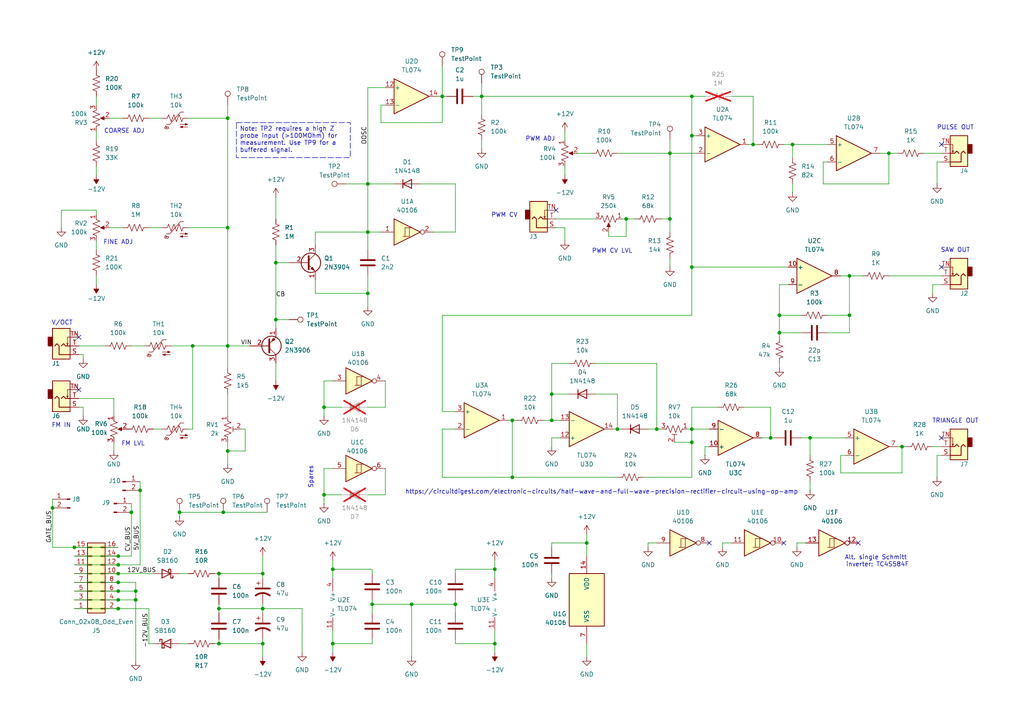
<source format=kicad_sch>
(kicad_sch (version 20231120) (generator "eeschema") (generator_version "8.0")
  (paper "A4")
  (title_block (title "Sawtooth Core VCO") (date "2024-07-26") (rev "1.1") (company "idyllm") (comment 1 "CC BY-SA 4.0") (comment 2 "Credit: Moritz Klein"))
  (junction (at 170.18 157.48))
  (junction (at 34.29 163.83))
  (junction (at 40.64 142.24))
  (junction (at 200.66 27.94))
  (junction (at 76.2 166.37))
  (junction (at 132.08 175.26))
  (junction (at 15.24 147.32))
  (junction (at 34.29 176.53))
  (junction (at 194.31 44.45))
  (junction (at 34.29 161.29))
  (junction (at 190.5 124.46))
  (junction (at 76.2 186.69))
  (junction (at 226.06 91.44))
  (junction (at 34.29 166.37))
  (junction (at 106.68 85.09))
  (junction (at 106.68 53.34))
  (junction (at 34.29 168.91))
  (junction (at 80.01 76.2))
  (junction (at 143.51 165.1))
  (junction (at 38.1 148.59))
  (junction (at 181.61 63.5))
  (junction (at 200.66 128.27))
  (junction (at 34.29 173.99))
  (junction (at 76.2 176.53))
  (junction (at 148.59 138.43))
  (junction (at 229.87 41.91))
  (junction (at 107.95 175.26))
  (junction (at 39.37 173.99))
  (junction (at 96.52 165.1))
  (junction (at 106.68 67.31))
  (junction (at 34.29 171.45))
  (junction (at 96.52 186.69))
  (junction (at 93.98 118.11))
  (junction (at 64.77 148.59))
  (junction (at 21.59 158.75))
  (junction (at 200.66 77.47))
  (junction (at 143.51 186.69))
  (junction (at 200.66 124.46))
  (junction (at 63.5 176.53))
  (junction (at 160.02 114.3))
  (junction (at 246.38 91.44))
  (junction (at 257.81 44.45))
  (junction (at 66.04 34.29))
  (junction (at 119.38 175.26))
  (junction (at 63.5 186.69))
  (junction (at 194.31 63.5))
  (junction (at 52.07 148.59))
  (junction (at 93.98 143.51))
  (junction (at 234.95 127))
  (junction (at 128.27 27.94))
  (junction (at 223.52 127))
  (junction (at 80.01 92.71))
  (junction (at 39.37 171.45))
  (junction (at 63.5 166.37))
  (junction (at 218.44 41.91))
  (junction (at 160.02 121.92))
  (junction (at 139.7 27.94))
  (junction (at 66.04 130.81))
  (junction (at 200.66 39.37))
  (junction (at 66.04 66.04))
  (junction (at 148.59 121.92))
  (junction (at 66.04 100.33))
  (junction (at 179.07 124.46))
  (junction (at 55.88 100.33))
  (junction (at 226.06 96.52))
  (junction (at 261.62 129.54))
  (junction (at 246.38 80.01))
  (no_connect (at 273.05 41.91))
  (no_connect (at 205.74 157.48))
  (no_connect (at 273.05 127))
  (no_connect (at 248.92 157.48))
  (no_connect (at 273.05 77.47))
  (no_connect (at 227.33 157.48))
  (no_connect (at 22.86 113.03))
  (no_connect (at 161.29 60.96))
  (no_connect (at 22.86 97.79))
  (wire (pts (xy 229.87 41.91) (xy 229.87 45.72)))
  (wire (pts (xy 261.62 129.54) (xy 261.62 137.16)))
  (wire (pts (xy 76.2 166.37) (xy 63.5 166.37)))
  (wire (pts (xy 24.13 104.14) (xy 24.13 102.87)))
  (wire (pts (xy 93.98 118.11) (xy 99.06 118.11)))
  (wire (pts (xy 80.01 95.25) (xy 80.01 92.71)))
  (wire (pts (xy 34.29 168.91) (xy 39.37 168.91)))
  (wire (pts (xy 93.98 143.51) (xy 99.06 143.51)))
  (wire (pts (xy 66.04 100.33) (xy 72.39 100.33)))
  (wire (pts (xy 128.27 91.44) (xy 128.27 119.38)))
  (wire (pts (xy 246.38 80.01) (xy 250.19 80.01)))
  (wire (pts (xy 231.14 158.75) (xy 231.14 157.48)))
  (wire (pts (xy 38.1 100.33) (xy 41.91 100.33)))
  (wire (pts (xy 63.5 166.37) (xy 63.5 167.64)))
  (wire (pts (xy 63.5 175.26) (xy 63.5 176.53)))
  (wire (pts (xy 107.95 185.42) (xy 107.95 186.69)))
  (wire (pts (xy 128.27 119.38) (xy 132.08 119.38)))
  (wire (pts (xy 180.34 63.5) (xy 181.61 63.5)))
  (wire (pts (xy 96.52 110.49) (xy 93.98 110.49)))
  (wire (pts (xy 80.01 92.71) (xy 83.82 92.71)))
  (wire (pts (xy 176.53 68.58) (xy 181.61 68.58)))
  (wire (pts (xy 66.04 34.29) (xy 66.04 66.04)))
  (wire (pts (xy 43.18 34.29) (xy 46.99 34.29)))
  (wire (pts (xy 21.59 161.29) (xy 34.29 161.29)))
  (wire (pts (xy 80.01 105.41) (xy 80.01 110.49)))
  (wire (pts (xy 226.06 91.44) (xy 232.41 91.44)))
  (wire (pts (xy 261.62 137.16) (xy 243.84 137.16)))
  (wire (pts (xy 170.18 190.5) (xy 170.18 186.69)))
  (wire (pts (xy 267.97 44.45) (xy 273.05 44.45)))
  (wire (pts (xy 219.71 41.91) (xy 218.44 41.91)))
  (wire (pts (xy 255.27 44.45) (xy 257.81 44.45)))
  (wire (pts (xy 43.18 186.69) (xy 44.45 186.69)))
  (wire (pts (xy 163.83 69.85) (xy 163.83 66.04)))
  (wire (pts (xy 139.7 43.18) (xy 139.7 40.64)))
  (wire (pts (xy 27.94 69.85) (xy 27.94 72.39)))
  (wire (pts (xy 40.64 139.7) (xy 40.64 142.24)))
  (wire (pts (xy 91.44 85.09) (xy 91.44 81.28)))
  (wire (pts (xy 96.52 186.69) (xy 96.52 189.23)))
  (wire (pts (xy 63.5 176.53) (xy 76.2 176.53)))
  (wire (pts (xy 52.07 166.37) (xy 54.61 166.37)))
  (wire (pts (xy 52.07 186.69) (xy 54.61 186.69)))
  (wire (pts (xy 21.59 163.83) (xy 34.29 163.83)))
  (wire (pts (xy 160.02 157.48) (xy 170.18 157.48)))
  (wire (pts (xy 27.94 62.23) (xy 27.94 60.96)))
  (wire (pts (xy 106.68 53.34) (xy 106.68 67.31)))
  (wire (pts (xy 34.29 161.29) (xy 38.1 161.29)))
  (wire (pts (xy 246.38 80.01) (xy 243.84 80.01)))
  (wire (pts (xy 190.5 124.46) (xy 187.96 124.46)))
  (wire (pts (xy 200.66 128.27) (xy 200.66 124.46)))
  (wire (pts (xy 66.04 128.27) (xy 66.04 130.81)))
  (wire (pts (xy 24.13 120.65) (xy 24.13 118.11)))
  (wire (pts (xy 165.1 114.3) (xy 160.02 114.3)))
  (wire (pts (xy 165.1 105.41) (xy 160.02 105.41)))
  (wire (pts (xy 33.02 115.57) (xy 22.86 115.57)))
  (wire (pts (xy 106.68 25.4) (xy 106.68 53.34)))
  (wire (pts (xy 200.66 27.94) (xy 204.47 27.94)))
  (wire (pts (xy 27.94 48.26) (xy 27.94 50.8)))
  (wire (pts (xy 93.98 135.89) (xy 93.98 143.51)))
  (wire (pts (xy 107.95 173.99) (xy 107.95 175.26)))
  (wire (pts (xy 139.7 27.94) (xy 139.7 33.02)))
  (wire (pts (xy 270.51 129.54) (xy 273.05 129.54)))
  (wire (pts (xy 76.2 167.64) (xy 76.2 166.37)))
  (wire (pts (xy 80.01 76.2) (xy 83.82 76.2)))
  (wire (pts (xy 226.06 96.52) (xy 232.41 96.52)))
  (wire (pts (xy 194.31 44.45) (xy 201.93 44.45)))
  (wire (pts (xy 76.2 175.26) (xy 76.2 176.53)))
  (wire (pts (xy 187.96 157.48) (xy 190.5 157.48)))
  (wire (pts (xy 110.49 35.56) (xy 110.49 30.48)))
  (wire (pts (xy 27.94 38.1) (xy 27.94 40.64)))
  (wire (pts (xy 137.16 27.94) (xy 139.7 27.94)))
  (wire (pts (xy 143.51 186.69) (xy 132.08 186.69)))
  (wire (pts (xy 170.18 157.48) (xy 170.18 161.29)))
  (wire (pts (xy 100.33 53.34) (xy 106.68 53.34)))
  (wire (pts (xy 66.04 30.48) (xy 66.04 34.29)))
  (wire (pts (xy 218.44 41.91) (xy 217.17 41.91)))
  (wire (pts (xy 223.52 118.11) (xy 215.9 118.11)))
  (wire (pts (xy 229.87 55.88) (xy 229.87 53.34)))
  (wire (pts (xy 22.86 102.87) (xy 24.13 102.87)))
  (wire (pts (xy 257.81 80.01) (xy 273.05 80.01)))
  (wire (pts (xy 87.63 176.53) (xy 76.2 176.53)))
  (wire (pts (xy 39.37 191.77) (xy 39.37 173.99)))
  (wire (pts (xy 234.95 127) (xy 234.95 132.08)))
  (wire (pts (xy 160.02 158.75) (xy 160.02 157.48)))
  (wire (pts (xy 80.01 71.12) (xy 80.01 76.2)))
  (wire (pts (xy 106.68 80.01) (xy 106.68 85.09)))
  (wire (pts (xy 106.68 72.39) (xy 106.68 67.31)))
  (wire (pts (xy 205.74 124.46) (xy 200.66 124.46)))
  (wire (pts (xy 43.18 66.04) (xy 46.99 66.04)))
  (wire (pts (xy 34.29 176.53) (xy 43.18 176.53)))
  (wire (pts (xy 143.51 186.69) (xy 143.51 189.23)))
  (wire (pts (xy 93.98 143.51) (xy 93.98 146.05)))
  (wire (pts (xy 226.06 91.44) (xy 226.06 82.55)))
  (wire (pts (xy 177.8 124.46) (xy 179.07 124.46)))
  (wire (pts (xy 261.62 129.54) (xy 260.35 129.54)))
  (wire (pts (xy 200.66 77.47) (xy 228.6 77.47)))
  (wire (pts (xy 157.48 121.92) (xy 160.02 121.92)))
  (wire (pts (xy 246.38 91.44) (xy 246.38 80.01)))
  (wire (pts (xy 96.52 162.56) (xy 96.52 165.1)))
  (wire (pts (xy 132.08 53.34) (xy 132.08 67.31)))
  (wire (pts (xy 132.08 175.26) (xy 132.08 177.8)))
  (wire (pts (xy 143.51 182.88) (xy 143.51 186.69)))
  (wire (pts (xy 132.08 166.37) (xy 132.08 165.1)))
  (wire (pts (xy 226.06 82.55) (xy 228.6 82.55)))
  (wire (pts (xy 17.78 60.96) (xy 17.78 66.04)))
  (wire (pts (xy 231.14 157.48) (xy 233.68 157.48)))
  (wire (pts (xy 128.27 138.43) (xy 148.59 138.43)))
  (wire (pts (xy 55.88 100.33) (xy 66.04 100.33)))
  (wire (pts (xy 114.3 53.34) (xy 106.68 53.34)))
  (wire (pts (xy 200.66 27.94) (xy 200.66 39.37)))
  (wire (pts (xy 262.89 129.54) (xy 261.62 129.54)))
  (wire (pts (xy 204.47 129.54) (xy 205.74 129.54)))
  (wire (pts (xy 128.27 27.94) (xy 129.54 27.94)))
  (wire (pts (xy 38.1 161.29) (xy 38.1 148.59)))
  (wire (pts (xy 76.2 176.53) (xy 76.2 177.8)))
  (wire (pts (xy 139.7 27.94) (xy 200.66 27.94)))
  (wire (pts (xy 96.52 165.1) (xy 96.52 167.64)))
  (wire (pts (xy 148.59 138.43) (xy 148.59 121.92)))
  (wire (pts (xy 226.06 96.52) (xy 226.06 91.44)))
  (wire (pts (xy 160.02 127) (xy 162.56 127)))
  (wire (pts (xy 176.53 67.31) (xy 176.53 68.58)))
  (wire (pts (xy 111.76 143.51) (xy 111.76 135.89)))
  (wire (pts (xy 160.02 105.41) (xy 160.02 114.3)))
  (wire (pts (xy 52.07 148.59) (xy 64.77 148.59)))
  (wire (pts (xy 172.72 105.41) (xy 190.5 105.41)))
  (wire (pts (xy 187.96 158.75) (xy 187.96 157.48)))
  (wire (pts (xy 224.79 127) (xy 223.52 127)))
  (wire (pts (xy 66.04 114.3) (xy 66.04 120.65)))
  (wire (pts (xy 39.37 168.91) (xy 39.37 171.45)))
  (wire (pts (xy 271.78 132.08) (xy 273.05 132.08)))
  (wire (pts (xy 204.47 132.08) (xy 204.47 129.54)))
  (wire (pts (xy 271.78 138.43) (xy 271.78 132.08)))
  (wire (pts (xy 240.03 96.52) (xy 246.38 96.52)))
  (wire (pts (xy 27.94 80.01) (xy 27.94 82.55)))
  (wire (pts (xy 179.07 114.3) (xy 179.07 124.46)))
  (wire (pts (xy 200.66 39.37) (xy 201.93 39.37)))
  (wire (pts (xy 163.83 38.1) (xy 163.83 40.64)))
  (wire (pts (xy 220.98 127) (xy 223.52 127)))
  (wire (pts (xy 132.08 124.46) (xy 128.27 124.46)))
  (wire (pts (xy 106.68 85.09) (xy 91.44 85.09)))
  (wire (pts (xy 107.95 165.1) (xy 96.52 165.1)))
  (wire (pts (xy 209.55 157.48) (xy 212.09 157.48)))
  (wire (pts (xy 143.51 162.56) (xy 143.51 165.1)))
  (wire (pts (xy 63.5 185.42) (xy 63.5 186.69)))
  (wire (pts (xy 34.29 163.83) (xy 40.64 163.83)))
  (wire (pts (xy 194.31 40.64) (xy 194.31 44.45)))
  (wire (pts (xy 271.78 53.34) (xy 271.78 46.99)))
  (wire (pts (xy 91.44 67.31) (xy 106.68 67.31)))
  (wire (pts (xy 194.31 67.31) (xy 194.31 63.5)))
  (wire (pts (xy 49.53 100.33) (xy 55.88 100.33)))
  (wire (pts (xy 181.61 68.58) (xy 181.61 63.5)))
  (wire (pts (xy 66.04 106.68) (xy 66.04 100.33)))
  (wire (pts (xy 160.02 121.92) (xy 162.56 121.92)))
  (wire (pts (xy 238.76 53.34) (xy 257.81 53.34)))
  (wire (pts (xy 21.59 173.99) (xy 34.29 173.99)))
  (wire (pts (xy 190.5 105.41) (xy 190.5 124.46)))
  (wire (pts (xy 107.95 175.26) (xy 107.95 177.8)))
  (wire (pts (xy 106.68 118.11) (xy 111.76 118.11)))
  (wire (pts (xy 63.5 176.53) (xy 63.5 177.8)))
  (wire (pts (xy 21.59 158.75) (xy 15.24 158.75)))
  (wire (pts (xy 218.44 27.94) (xy 218.44 41.91)))
  (wire (pts (xy 212.09 27.94) (xy 218.44 27.94)))
  (wire (pts (xy 143.51 165.1) (xy 143.51 167.64)))
  (wire (pts (xy 87.63 189.23) (xy 87.63 176.53)))
  (wire (pts (xy 200.66 118.11) (xy 200.66 124.46)))
  (wire (pts (xy 119.38 175.26) (xy 132.08 175.26)))
  (wire (pts (xy 200.66 124.46) (xy 199.39 124.46)))
  (wire (pts (xy 240.03 46.99) (xy 238.76 46.99)))
  (wire (pts (xy 148.59 138.43) (xy 179.07 138.43)))
  (wire (pts (xy 66.04 130.81) (xy 66.04 134.62)))
  (wire (pts (xy 270.51 82.55) (xy 273.05 82.55)))
  (wire (pts (xy 62.23 186.69) (xy 63.5 186.69)))
  (wire (pts (xy 194.31 63.5) (xy 191.77 63.5)))
  (wire (pts (xy 160.02 129.54) (xy 160.02 127)))
  (wire (pts (xy 186.69 138.43) (xy 200.66 138.43)))
  (wire (pts (xy 43.18 186.69) (xy 43.18 176.53)))
  (wire (pts (xy 200.66 77.47) (xy 200.66 91.44)))
  (wire (pts (xy 71.12 124.46) (xy 71.12 130.81)))
  (wire (pts (xy 111.76 118.11) (xy 111.76 110.49)))
  (wire (pts (xy 39.37 171.45) (xy 39.37 173.99)))
  (wire (pts (xy 17.78 60.96) (xy 27.94 60.96)))
  (wire (pts (xy 128.27 19.05) (xy 128.27 27.94)))
  (wire (pts (xy 31.75 66.04) (xy 35.56 66.04)))
  (wire (pts (xy 111.76 25.4) (xy 106.68 25.4)))
  (wire (pts (xy 34.29 173.99) (xy 39.37 173.99)))
  (wire (pts (xy 208.28 118.11) (xy 200.66 118.11)))
  (wire (pts (xy 229.87 41.91) (xy 240.03 41.91)))
  (wire (pts (xy 200.66 39.37) (xy 200.66 77.47)))
  (wire (pts (xy 121.92 53.34) (xy 132.08 53.34)))
  (wire (pts (xy 147.32 121.92) (xy 148.59 121.92)))
  (wire (pts (xy 200.66 91.44) (xy 128.27 91.44)))
  (wire (pts (xy 40.64 163.83) (xy 40.64 142.24)))
  (wire (pts (xy 200.66 138.43) (xy 200.66 128.27)))
  (wire (pts (xy 163.83 66.04) (xy 161.29 66.04)))
  (wire (pts (xy 132.08 67.31) (xy 125.73 67.31)))
  (wire (pts (xy 22.86 100.33) (xy 30.48 100.33)))
  (wire (pts (xy 170.18 154.94) (xy 170.18 157.48)))
  (wire (pts (xy 132.08 185.42) (xy 132.08 186.69)))
  (wire (pts (xy 80.01 57.15) (xy 80.01 63.5)))
  (wire (pts (xy 54.61 34.29) (xy 66.04 34.29)))
  (wire (pts (xy 52.07 148.59) (xy 52.07 149.86)))
  (wire (pts (xy 21.59 158.75) (xy 34.29 158.75)))
  (wire (pts (xy 110.49 30.48) (xy 111.76 30.48)))
  (wire (pts (xy 80.01 92.71) (xy 80.01 76.2)))
  (wire (pts (xy 76.2 186.69) (xy 76.2 190.5)))
  (wire (pts (xy 107.95 166.37) (xy 107.95 165.1)))
  (wire (pts (xy 21.59 176.53) (xy 34.29 176.53)))
  (wire (pts (xy 54.61 66.04) (xy 66.04 66.04)))
  (wire (pts (xy 93.98 135.89) (xy 96.52 135.89)))
  (wire (pts (xy 172.72 114.3) (xy 179.07 114.3)))
  (wire (pts (xy 161.29 63.5) (xy 172.72 63.5)))
  (wire (pts (xy 63.5 166.37) (xy 62.23 166.37)))
  (wire (pts (xy 167.64 44.45) (xy 171.45 44.45)))
  (wire (pts (xy 66.04 66.04) (xy 66.04 100.33)))
  (wire (pts (xy 21.59 168.91) (xy 34.29 168.91)))
  (wire (pts (xy 71.12 130.81) (xy 66.04 130.81)))
  (wire (pts (xy 69.85 124.46) (xy 71.12 124.46)))
  (wire (pts (xy 33.02 120.65) (xy 33.02 115.57)))
  (wire (pts (xy 160.02 167.64) (xy 160.02 166.37)))
  (wire (pts (xy 243.84 132.08) (xy 245.11 132.08)))
  (wire (pts (xy 106.68 143.51) (xy 111.76 143.51)))
  (wire (pts (xy 15.24 144.78) (xy 15.24 147.32)))
  (wire (pts (xy 21.59 171.45) (xy 34.29 171.45)))
  (wire (pts (xy 243.84 137.16) (xy 243.84 132.08)))
  (wire (pts (xy 38.1 146.05) (xy 38.1 148.59)))
  (wire (pts (xy 234.95 142.24) (xy 234.95 139.7)))
  (wire (pts (xy 64.77 148.59) (xy 77.47 148.59)))
  (wire (pts (xy 27.94 30.48) (xy 27.94 27.94)))
  (wire (pts (xy 93.98 110.49) (xy 93.98 118.11)))
  (wire (pts (xy 271.78 46.99) (xy 273.05 46.99)))
  (wire (pts (xy 226.06 106.68) (xy 226.06 105.41)))
  (wire (pts (xy 15.24 158.75) (xy 15.24 147.32)))
  (wire (pts (xy 76.2 161.29) (xy 76.2 166.37)))
  (wire (pts (xy 21.59 166.37) (xy 34.29 166.37)))
  (wire (pts (xy 55.88 100.33) (xy 55.88 124.46)))
  (wire (pts (xy 232.41 127) (xy 234.95 127)))
  (wire (pts (xy 240.03 91.44) (xy 246.38 91.44)))
  (wire (pts (xy 132.08 173.99) (xy 132.08 175.26)))
  (wire (pts (xy 33.02 128.27) (xy 33.02 130.81)))
  (wire (pts (xy 194.31 74.93) (xy 194.31 77.47)))
  (wire (pts (xy 63.5 186.69) (xy 76.2 186.69)))
  (wire (pts (xy 148.59 121.92) (xy 149.86 121.92)))
  (wire (pts (xy 132.08 165.1) (xy 143.51 165.1)))
  (wire (pts (xy 96.52 186.69) (xy 107.95 186.69)))
  (wire (pts (xy 191.77 124.46) (xy 190.5 124.46)))
  (wire (pts (xy 93.98 118.11) (xy 93.98 120.65)))
  (wire (pts (xy 194.31 44.45) (xy 194.31 63.5)))
  (wire (pts (xy 160.02 114.3) (xy 160.02 121.92)))
  (wire (pts (xy 246.38 96.52) (xy 246.38 91.44)))
  (wire (pts (xy 34.29 166.37) (xy 44.45 166.37)))
  (wire (pts (xy 91.44 71.12) (xy 91.44 67.31)))
  (wire (pts (xy 128.27 27.94) (xy 128.27 35.56)))
  (wire (pts (xy 128.27 124.46) (xy 128.27 138.43)))
  (wire (pts (xy 128.27 35.56) (xy 110.49 35.56)))
  (wire (pts (xy 270.51 85.09) (xy 270.51 82.55)))
  (wire (pts (xy 179.07 44.45) (xy 194.31 44.45)))
  (wire (pts (xy 234.95 127) (xy 245.11 127)))
  (wire (pts (xy 119.38 190.5) (xy 119.38 175.26)))
  (wire (pts (xy 209.55 158.75) (xy 209.55 157.48)))
  (wire (pts (xy 106.68 85.09) (xy 106.68 88.9)))
  (wire (pts (xy 76.2 185.42) (xy 76.2 186.69)))
  (wire (pts (xy 139.7 24.13) (xy 139.7 27.94)))
  (wire (pts (xy 107.95 175.26) (xy 119.38 175.26)))
  (wire (pts (xy 227.33 41.91) (xy 229.87 41.91)))
  (wire (pts (xy 238.76 46.99) (xy 238.76 53.34)))
  (wire (pts (xy 179.07 124.46) (xy 180.34 124.46)))
  (wire (pts (xy 44.45 124.46) (xy 46.99 124.46)))
  (wire (pts (xy 223.52 127) (xy 223.52 118.11)))
  (wire (pts (xy 34.29 171.45) (xy 39.37 171.45)))
  (wire (pts (xy 195.58 128.27) (xy 200.66 128.27)))
  (wire (pts (xy 31.75 34.29) (xy 35.56 34.29)))
  (wire (pts (xy 257.81 44.45) (xy 260.35 44.45)))
  (wire (pts (xy 24.13 118.11) (xy 22.86 118.11)))
  (wire (pts (xy 96.52 182.88) (xy 96.52 186.69)))
  (wire (pts (xy 226.06 97.79) (xy 226.06 96.52)))
  (wire (pts (xy 257.81 53.34) (xy 257.81 44.45)))
  (wire (pts (xy 54.61 124.46) (xy 55.88 124.46)))
  (wire (pts (xy 181.61 63.5) (xy 184.15 63.5)))
  (wire (pts (xy 163.83 48.26) (xy 163.83 50.8)))
  (wire (pts (xy 106.68 67.31) (xy 110.49 67.31)))
  (wire (pts (xy 127 27.94) (xy 128.27 27.94)))
  (text_box "Note: TP2 requires a high Z probe input (>100MOhm) for measurement. Use TP9 for a buffered signal." (at 68.58 35.56 0) (size 33.02 10.16) (stroke (width 0) (type dash)) (effects (font (size 1.27 1.27)) (justify left top)))
  (text "TRIANGLE OUT" (at 277.114 122.174 0) (effects (font (size 1.27 1.27))))
  (text "PWM ADJ" (at 156.718 40.386 0) (effects (font (size 1.27 1.27))))
  (text "FM IN" (at 17.78 123.444 0) (effects (font (size 1.27 1.27))))
  (text "COARSE ADJ" (at 36.068 38.1 0) (effects (font (size 1.27 1.27))))
  (text "FINE ADJ" (at 34.29 70.358 0) (effects (font (size 1.27 1.27))))
  (text "https://circuitdigest.com/electronic-circuits/half-wave-and-full-wave-precision-rectifier-circuit-using-op-amp" (at 174.498 142.748 0) (effects (font (size 1.27 1.27))))
  (text "PULSE OUT" (at 277.114 37.084 0) (effects (font (size 1.27 1.27))))
  (text "PWM CV" (at 146.304 62.484 0) (effects (font (size 1.27 1.27))))
  (text "PWM CV LVL" (at 177.546 72.898 0) (effects (font (size 1.27 1.27))))
  (text "FM LVL" (at 38.608 128.778 0) (effects (font (size 1.27 1.27))))
  (text "Alt. single Schmitt \ninverter: TC4S584F" (at 254.508 162.814 0) (effects (font (size 1.27 1.27))))
  (text "SAW OUT" (at 277.114 72.644 0) (effects (font (size 1.27 1.27))))
  (text "Spares" (at 90.17 138.43 90) (effects (font (size 1.27 1.27))))
  (text "V/OCT" (at 18.034 93.726 0) (effects (font (size 1.27 1.27))))
  (label "12V_BUS" (at 36.83 166.37 0))
  (label "OOSC" (at 106.68 41.91 90))
  (label "5V_BUS" (at 40.64 152.4 270))
  (label "CB" (at 80.01 86.36 0))
  (label "VIN" (at 69.85 100.33 0))
  (label "GATE_BUS" (at 15.24 157.48 90))
  (label "-12V_BUS" (at 43.18 177.8 270))
  (label "CV_BUS" (at 38.1 160.02 90))
  (symbol (lib_id "power:GND") (at 170.18 190.5 0) (unit 1)
    (property "Reference" "#PWR020" (effects (hide yes)))
    (property "Value" "GND" (at 170.18 195.58 0))
    (property "Description" "Power symbol creates a global label with name \"GND\" , ground" (effects (hide yes)))
  )
  (symbol (lib_id "Device:C") (at 132.08 170.18 0) (mirror y) (unit 1)
    (property "Reference" "C10" (at 128.27 168.9099 0) (effects (justify left)))
    (property "Value" "100n" (at 128.27 171.4499 0) (effects (justify left)))
    (property "Footprint" "Capacitor_THT:C_Disc_D5.0mm_W2.5mm_P5.00mm" (effects (hide yes)))
    (property "Description" "Unpolarized capacitor" (effects (hide yes)))
  )
  (symbol (lib_id "power:GND") (at 52.07 149.86 0) (unit 1)
    (property "Reference" "#PWR042" (effects (hide yes)))
    (property "Value" "GND" (at 52.07 154.94 0))
    (property "Description" "Power symbol creates a global label with name \"GND\" , ground" (effects (hide yes)))
  )
  (symbol (lib_id "power:GND") (at 17.78 66.04 0) (unit 1)
    (property "Reference" "#PWR09" (effects (hide yes)))
    (property "Value" "GND" (at 17.78 71.12 0))
    (property "Description" "Power symbol creates a global label with name \"GND\" , ground" (effects (hide yes)))
  )
  (symbol (lib_id "power:+12V") (at 80.01 57.15 0) (unit 1)
    (property "Reference" "#PWR03" (effects (hide yes)))
    (property "Value" "+12V" (at 80.01 52.07 0))
    (property "Description" "Power symbol creates a global label with name \"+12V\"" (effects (hide yes)))
  )
  (symbol (lib_id "Amplifier_Operational:TL074") (at 213.36 127 0) (mirror x) (unit 3)
    (property "Reference" "U3" (at 213.36 137.16 0))
    (property "Value" "TL074" (at 213.36 134.62 0))
    (property "Footprint" "Package_DIP:DIP-14_W7.62mm_Socket" (effects (hide yes)))
    (property "Datasheet" "http://www.ti.com/lit/ds/symlink/tl071.pdf" (effects (hide yes)))
    (property "Description" "Quad Low-Noise JFET-Input Operational Amplifiers, DIP-14/SOIC-14" (effects (hide yes)))
  )
  (symbol (lib_id "power:GND") (at 87.63 189.23 0) (unit 1)
    (property "Reference" "#PWR028" (effects (hide yes)))
    (property "Value" "GND" (at 87.63 194.31 0))
    (property "Description" "Power symbol creates a global label with name \"GND\" , ground" (effects (hide yes)))
  )
  (symbol (lib_id "Device:Thermistor_NTC_US") (at 50.8 66.04 90) (unit 1)
    (property "Reference" "TH2" (at 51.1175 59.69 90))
    (property "Value" "10k" (at 51.1175 62.23 90))
    (property "Footprint" "Resistor_THT:R_Axial_DIN0207_L6.3mm_D2.5mm_P2.54mm_Vertical" (effects (hide yes)))
    (property "Description" "Temperature dependent resistor, negative temperature coefficient, US symbol" (effects (hide yes)))
  )
  (symbol (lib_id "Device:R_US") (at 39.37 34.29 90) (unit 1)
    (property "Reference" "R7" (at 39.37 27.94 90))
    (property "Value" "100k" (at 39.37 30.48 90))
    (property "Footprint" "Resistor_THT:R_Axial_DIN0204_L3.6mm_D1.6mm_P2.54mm_Vertical" (effects (hide yes)))
    (property "Description" "Resistor, US symbol" (effects (hide yes)))
  )
  (symbol (lib_id "Amplifier_Operational:TL074") (at 140.97 175.26 0) (mirror y) (unit 5)
    (property "Reference" "U3" (at 142.24 173.9899 0) (effects (justify left)))
    (property "Value" "TL074" (at 142.24 176.5299 0) (effects (justify left)))
    (property "Footprint" "Package_DIP:DIP-14_W7.62mm_Socket" (effects (hide yes)))
    (property "Datasheet" "http://www.ti.com/lit/ds/symlink/tl071.pdf" (effects (hide yes)))
    (property "Description" "Quad Low-Noise JFET-Input Operational Amplifiers, DIP-14/SOIC-14" (effects (hide yes)))
  )
  (symbol (lib_id "4xxx:40106") (at 198.12 157.48 0) (unit 4)
    (property "Reference" "U1" (at 198.12 148.59 0))
    (property "Value" "40106" (at 198.12 151.13 0))
    (property "Footprint" "Package_DIP:DIP-14_W7.62mm_Socket" (effects (hide yes)))
    (property "Datasheet" "https://assets.nexperia.com/documents/data-sheet/HEF40106B.pdf" (effects (hide yes)))
    (property "Description" "Hex Schmitt trigger inverter" (effects (hide yes)))
  )
  (symbol (lib_id "Device:R_Potentiometer_US") (at 27.94 34.29 0) (mirror x) (unit 1)
    (property "Reference" "RV3" (at 25.4 35.5601 0) (effects (justify right)))
    (property "Value" "100k" (at 25.4 33.0201 0) (effects (justify right)))
    (property "Footprint" "Potentiometer_THT:Potentiometer_Piher_PT-6-V_Vertical" (effects (hide yes)))
    (property "Description" "Potentiometer, US symbol" (effects (hide yes)))
  )
  (symbol (lib_id "Connector_Audio:AudioJack2_SwitchT") (at 156.21 63.5 0) (mirror x) (unit 1)
    (property "Reference" "J3" (at 154.686 68.58 0))
    (property "Value" "AudioJack2_SwitchT" (effects (hide yes)))
    (property "Footprint" "Connector_Audio_Custom:CONN_MJ-3502" (effects (hide yes)))
    (property "Description" "Audio Jack, 2 Poles (Mono / TS), Switched T Pole (Normalling)" (effects (hide yes)))
  )
  (symbol (lib_id "Device:C_Polarized_US") (at 76.2 181.61 0) (unit 1)
    (property "Reference" "C9" (at 80.01 179.7049 0) (effects (justify left)))
    (property "Value" "47u" (at 80.01 182.2449 0) (effects (justify left)))
    (property "Footprint" "Capacitor_THT:CP_Radial_D5.0mm_P2.50mm" (effects (hide yes)))
    (property "Description" "Polarized capacitor, US symbol" (effects (hide yes)))
  )
  (symbol (lib_id "Device:C_Polarized_US") (at 76.2 171.45 0) (unit 1)
    (property "Reference" "C8" (at 80.01 169.5449 0) (effects (justify left)))
    (property "Value" "47u" (at 80.01 172.0849 0) (effects (justify left)))
    (property "Footprint" "Capacitor_THT:CP_Radial_D5.0mm_P2.50mm" (effects (hide yes)))
    (property "Description" "Polarized capacitor, US symbol" (effects (hide yes)))
  )
  (symbol (lib_id "power:-12V") (at 27.94 50.8 180) (unit 1)
    (property "Reference" "#PWR08" (effects (hide yes)))
    (property "Value" "-12V" (at 27.94 54.864 0))
    (property "Description" "Power symbol creates a global label with name \"-12V\"" (effects (hide yes)))
  )
  (symbol (lib_id "Device:R_US") (at 66.04 110.49 0) (unit 1)
    (property "Reference" "R5" (at 68.58 109.2199 0) (effects (justify left)))
    (property "Value" "1k5" (at 68.58 111.7599 0) (effects (justify left)))
    (property "Footprint" "Resistor_THT:R_Axial_DIN0204_L3.6mm_D1.6mm_P2.54mm_Vertical" (effects (hide yes)))
    (property "Description" "Resistor, US symbol" (effects (hide yes)))
  )
  (symbol (lib_id "Device:R_Potentiometer_US") (at 27.94 66.04 0) (unit 1)
    (property "Reference" "RV2" (at 25.4 64.7699 0) (effects (justify right)))
    (property "Value" "100k" (at 25.4 67.3099 0) (effects (justify right)))
    (property "Footprint" "Potentiometer_Custom:Potentiometer_Bourns_PTV09A-2_Single_Horizontal_3D" (effects (hide yes)))
    (property "Description" "Potentiometer, US symbol" (effects (hide yes)))
  )
  (symbol (lib_id "Device:Thermistor_NTC_US") (at 50.8 124.46 90) (unit 1)
    (property "Reference" "TH4" (at 51.1175 118.11 90))
    (property "Value" "10k" (at 51.1175 120.65 90))
    (property "Footprint" "Resistor_THT:R_Axial_DIN0207_L6.3mm_D2.5mm_P2.54mm_Vertical" (effects (hide yes)))
    (property "Description" "Temperature dependent resistor, negative temperature coefficient, US symbol" (effects (hide yes)))
  )
  (symbol (lib_id "Diode:1N4148") (at 102.87 143.51 0) (mirror x) (unit 1) (dnp yes)
    (property "Reference" "D7" (at 102.87 149.86 0))
    (property "Value" "1N4148" (at 102.87 147.32 0))
    (property "Footprint" "Diode_THT:D_DO-35_SOD27_P2.54mm_Vertical_KathodeUp" (effects (hide yes)))
    (property "Datasheet" "https://assets.nexperia.com/documents/data-sheet/1N4148_1N4448.pdf" (effects (hide yes)))
    (property "Description" "100V 0.15A standard switching diode, DO-35" (effects (hide yes)))
    (property "Sim.Device" "D" (effects (hide yes)))
    (property "Sim.Pins" "1=K 2=A" (effects (hide yes)))
  )
  (symbol (lib_id "Device:Thermistor_NTC_US") (at 45.72 100.33 90) (unit 1)
    (property "Reference" "TH1" (at 46.0375 93.98 90))
    (property "Value" "10k" (at 46.0375 96.52 90))
    (property "Footprint" "Resistor_THT:R_Axial_DIN0207_L6.3mm_D2.5mm_P2.54mm_Vertical" (effects (hide yes)))
    (property "Description" "Temperature dependent resistor, negative temperature coefficient, US symbol" (effects (hide yes)))
  )
  (symbol (lib_id "Connector:TestPoint") (at 139.7 24.13 0) (unit 1)
    (property "Reference" "TP3" (at 142.24 19.5579 0) (effects (justify left)))
    (property "Value" "TestPoint" (at 142.24 22.0979 0) (effects (justify left)))
    (property "Footprint" "Connector_PinHeader_2.54mm:PinHeader_1x01_P2.54mm_Vertical" (effects (hide yes)))
    (property "Description" "test point" (effects (hide yes)))
  )
  (symbol (lib_id "Connector:TestPoint") (at 100.33 53.34 90) (unit 1)
    (property "Reference" "TP2" (at 97.028 48.26 90))
    (property "Value" "TestPoint" (at 97.028 50.8 90))
    (property "Footprint" "Connector_PinHeader_2.54mm:PinHeader_1x01_P2.54mm_Vertical" (effects (hide yes)))
    (property "Description" "test point" (effects (hide yes)))
  )
  (symbol (lib_id "power:GND") (at 194.31 77.47 0) (unit 1)
    (property "Reference" "#PWR025" (effects (hide yes)))
    (property "Value" "GND" (at 194.31 82.55 0))
    (property "Description" "Power symbol creates a global label with name \"GND\" , ground" (effects (hide yes)))
  )
  (symbol (lib_id "Device:C") (at 107.95 181.61 0) (unit 1)
    (property "Reference" "C4" (at 111.76 180.3399 0) (effects (justify left)))
    (property "Value" "100n" (at 111.76 182.8799 0) (effects (justify left)))
    (property "Footprint" "Capacitor_THT:C_Disc_D5.0mm_W2.5mm_P5.00mm" (effects (hide yes)))
    (property "Description" "Unpolarized capacitor" (effects (hide yes)))
  )
  (symbol (lib_id "Device:R_US") (at 139.7 36.83 0) (unit 1)
    (property "Reference" "R2" (at 142.24 35.5599 0) (effects (justify left)))
    (property "Value" "100k" (at 142.24 38.0999 0) (effects (justify left)))
    (property "Footprint" "Resistor_THT:R_Axial_DIN0204_L3.6mm_D1.6mm_P2.54mm_Vertical" (effects (hide yes)))
    (property "Description" "Resistor, US symbol" (effects (hide yes)))
  )
  (symbol (lib_id "Diode:1N4148") (at 184.15 124.46 0) (unit 1)
    (property "Reference" "D5" (at 184.15 118.11 0))
    (property "Value" "1N4148" (at 184.15 120.65 0))
    (property "Footprint" "Diode_THT:D_DO-35_SOD27_P2.54mm_Vertical_KathodeUp" (effects (hide yes)))
    (property "Datasheet" "https://assets.nexperia.com/documents/data-sheet/1N4148_1N4448.pdf" (effects (hide yes)))
    (property "Description" "100V 0.15A standard switching diode, DO-35" (effects (hide yes)))
    (property "Sim.Device" "D" (effects (hide yes)))
    (property "Sim.Pins" "1=K 2=A" (effects (hide yes)))
  )
  (symbol (lib_id "power:GND") (at 271.78 138.43 0) (unit 1)
    (property "Reference" "#PWR037" (effects (hide yes)))
    (property "Value" "GND" (at 271.78 143.51 0))
    (property "Description" "Power symbol creates a global label with name \"GND\" , ground" (effects (hide yes)))
  )
  (symbol (lib_id "power:-12V") (at 96.52 189.23 180) (unit 1)
    (property "Reference" "#PWR014" (effects (hide yes)))
    (property "Value" "-12V" (at 96.52 194.31 0))
    (property "Description" "Power symbol creates a global label with name \"-12V\"" (effects (hide yes)))
  )
  (symbol (lib_id "Device:R_US") (at 223.52 41.91 90) (unit 1)
    (property "Reference" "R11" (at 223.52 35.56 90))
    (property "Value" "100k" (at 223.52 38.1 90))
    (property "Footprint" "Resistor_THT:R_Axial_DIN0207_L6.3mm_D2.5mm_P10.16mm_Horizontal" (effects (hide yes)))
    (property "Description" "Resistor, US symbol" (effects (hide yes)))
  )
  (symbol (lib_id "Connector:TestPoint") (at 64.77 148.59 0) (mirror y) (unit 1)
    (property "Reference" "TP6" (at 67.31 144.0179 0) (effects (justify right)))
    (property "Value" "TestPoint" (at 67.31 146.5579 0) (effects (justify right)))
    (property "Footprint" "Connector_PinHeader_2.54mm:PinHeader_1x01_P2.54mm_Vertical" (effects (hide yes)))
    (property "Description" "test point" (effects (hide yes)))
  )
  (symbol (lib_id "power:GND") (at 229.87 55.88 0) (unit 1)
    (property "Reference" "#PWR017" (effects (hide yes)))
    (property "Value" "GND" (at 229.87 60.96 0))
    (property "Description" "Power symbol creates a global label with name \"GND\" , ground" (effects (hide yes)))
  )
  (symbol (lib_id "Amplifier_Operational:TL074") (at 247.65 44.45 0) (unit 2)
    (property "Reference" "U2" (at 247.65 34.29 0))
    (property "Value" "TL074" (at 247.65 36.83 0))
    (property "Footprint" "Package_DIP:DIP-14_W7.62mm_Socket" (effects (hide yes)))
    (property "Datasheet" "http://www.ti.com/lit/ds/symlink/tl071.pdf" (effects (hide yes)))
    (property "Description" "Quad Low-Noise JFET-Input Operational Amplifiers, DIP-14/SOIC-14" (effects (hide yes)))
  )
  (symbol (lib_id "Connector:Conn_01x02_Pin") (at 35.56 139.7 0) (unit 1)
    (property "Reference" "J10" (at 33.274 139.446 0))
    (property "Value" "Conn_01x02_Pin" (effects (hide yes)))
    (property "Footprint" "Connector_PinHeader_2.54mm:PinHeader_1x02_P2.54mm_Vertical" (effects (hide yes)))
    (property "Description" "Generic connector, single row, 01x02, script generated" (effects (hide yes)))
  )
  (symbol (lib_id "Amplifier_Operational:TL074") (at 139.7 121.92 0) (unit 1)
    (property "Reference" "U3" (at 139.7 111.76 0))
    (property "Value" "TL074" (at 139.7 114.3 0))
    (property "Footprint" "Package_DIP:DIP-14_W7.62mm_Socket" (effects (hide yes)))
    (property "Datasheet" "http://www.ti.com/lit/ds/symlink/tl071.pdf" (effects (hide yes)))
    (property "Description" "Quad Low-Noise JFET-Input Operational Amplifiers, DIP-14/SOIC-14" (effects (hide yes)))
  )
  (symbol (lib_id "Connector_Audio:AudioJack2_SwitchT") (at 17.78 100.33 0) (mirror x) (unit 1)
    (property "Reference" "J1" (at 16.256 105.41 0))
    (property "Value" "AudioJack2_SwitchT" (effects (hide yes)))
    (property "Footprint" "Connector_Audio_Custom:CONN_MJ-3502" (effects (hide yes)))
    (property "Description" "Audio Jack, 2 Poles (Mono / TS), Switched T Pole (Normalling)" (effects (hide yes)))
  )
  (symbol (lib_id "power:GND") (at 270.51 85.09 0) (unit 1)
    (property "Reference" "#PWR012" (effects (hide yes)))
    (property "Value" "GND" (at 270.51 90.17 0))
    (property "Description" "Power symbol creates a global label with name \"GND\" , ground" (effects (hide yes)))
  )
  (symbol (lib_id "Connector_Generic:Conn_02x08_Odd_Even") (at 26.67 168.91 0) (mirror x) (unit 1)
    (property "Reference" "J5" (at 27.94 182.88 0))
    (property "Value" "Conn_02x08_Odd_Even" (at 27.94 180.34 0))
    (property "Footprint" "Connector_IDC:IDC-Header_2x08_P2.54mm_Vertical" (effects (hide yes)))
    (property "Description" "Generic connector, double row, 02x08, odd/even pin numbering scheme (row 1 odd numbers, row 2 even numbers), script generated (kicad-library-utils/schlib/autogen/connector/)" (effects (hide yes)))
  )
  (symbol (lib_id "Diode:SB160") (at 48.26 166.37 180) (unit 1)
    (property "Reference" "D2" (at 48.5775 160.02 0))
    (property "Value" "SB160" (at 48.5775 162.56 0))
    (property "Footprint" "Diode_THT:D_DO-41_SOD81_P10.16mm_Horizontal" (effects (hide yes)))
    (property "Datasheet" "http://www.diodes.com/_files/datasheets/ds23022.pdf" (effects (hide yes)))
    (property "Description" "60V 1A Schottky Barrier Rectifier Diode, DO-41" (effects (hide yes)))
  )
  (symbol (lib_id "power:-12V") (at 80.01 110.49 180) (unit 1)
    (property "Reference" "#PWR02" (effects (hide yes)))
    (property "Value" "-12V" (at 80.01 115.57 0))
    (property "Description" "Power symbol creates a global label with name \"-12V\"" (effects (hide yes)))
  )
  (symbol (lib_id "power:-12V") (at 163.83 50.8 180) (unit 1)
    (property "Reference" "#PWR024" (effects (hide yes)))
    (property "Value" "-12V" (at 163.83 55.88 0))
    (property "Description" "Power symbol creates a global label with name \"-12V\"" (effects (hide yes)))
  )
  (symbol (lib_id "power:+12V") (at 163.83 38.1 0) (unit 1)
    (property "Reference" "#PWR023" (effects (hide yes)))
    (property "Value" "+12V" (at 163.83 33.02 0))
    (property "Description" "Power symbol creates a global label with name \"+12V\"" (effects (hide yes)))
  )
  (symbol (lib_id "Device:R_Potentiometer_US") (at 163.83 44.45 0) (unit 1)
    (property "Reference" "RV4" (at 161.29 43.1799 0) (effects (justify right)))
    (property "Value" "100k" (at 161.29 45.7199 0) (effects (justify right)))
    (property "Footprint" "Potentiometer_Custom:Potentiometer_Bourns_PTV09A-2_Single_Horizontal_3D" (effects (hide yes)))
    (property "Description" "Potentiometer, US symbol" (effects (hide yes)))
  )
  (symbol (lib_id "Connector:TestPoint") (at 77.47 148.59 0) (mirror y) (unit 1)
    (property "Reference" "TP7" (at 80.01 144.0179 0) (effects (justify right)))
    (property "Value" "TestPoint" (at 80.01 146.5579 0) (effects (justify right)))
    (property "Footprint" "Connector_PinHeader_2.54mm:PinHeader_1x01_P2.54mm_Vertical" (effects (hide yes)))
    (property "Description" "test point" (effects (hide yes)))
  )
  (symbol (lib_id "4xxx:40106") (at 241.3 157.48 0) (unit 6)
    (property "Reference" "U1" (at 241.3 148.59 0))
    (property "Value" "40106" (at 241.3 151.13 0))
    (property "Footprint" "Package_DIP:DIP-14_W7.62mm_Socket" (effects (hide yes)))
    (property "Datasheet" "https://assets.nexperia.com/documents/data-sheet/HEF40106B.pdf" (effects (hide yes)))
    (property "Description" "Hex Schmitt trigger inverter" (effects (hide yes)))
  )
  (symbol (lib_id "Device:C") (at 228.6 127 90) (unit 1)
    (property "Reference" "C12" (at 228.6 119.38 90))
    (property "Value" "1u" (at 228.6 121.92 90))
    (property "Footprint" "Capacitor_THT:C_Disc_D5.0mm_W2.5mm_P5.00mm" (effects (hide yes)))
    (property "Description" "Unpolarized capacitor" (effects (hide yes)))
  )
  (symbol (lib_id "Device:R_US") (at 80.01 67.31 0) (unit 1)
    (property "Reference" "R1" (at 82.55 66.0399 0) (effects (justify left)))
    (property "Value" "1M" (at 82.55 68.5799 0) (effects (justify left)))
    (property "Footprint" "Resistor_THT:R_Axial_DIN0207_L6.3mm_D2.5mm_P7.62mm_Horizontal" (effects (hide yes)))
    (property "Description" "Resistor, US symbol" (effects (hide yes)))
  )
  (symbol (lib_id "Device:C") (at 63.5 181.61 0) (unit 1)
    (property "Reference" "C7" (at 67.31 180.3399 0) (effects (justify left)))
    (property "Value" "100n" (at 67.31 182.8799 0) (effects (justify left)))
    (property "Footprint" "Capacitor_THT:C_Disc_D5.0mm_W2.5mm_P5.00mm" (effects (hide yes)))
    (property "Description" "Unpolarized capacitor" (effects (hide yes)))
  )
  (symbol (lib_id "power:-12V") (at 143.51 189.23 0) (mirror x) (unit 1)
    (property "Reference" "#PWR036" (effects (hide yes)))
    (property "Value" "-12V" (at 143.51 194.31 0))
    (property "Description" "Power symbol creates a global label with name \"-12V\"" (effects (hide yes)))
  )
  (symbol (lib_id "Device:R_Potentiometer_US") (at 176.53 63.5 270) (unit 1)
    (property "Reference" "RV5" (at 176.53 57.15 90))
    (property "Value" "250k" (at 176.53 59.69 90))
    (property "Footprint" "Potentiometer_Custom:Potentiometer_Bourns_PTV09A-2_Single_Horizontal_3D" (effects (hide yes)))
    (property "Description" "Potentiometer, US symbol" (effects (hide yes)))
  )
  (symbol (lib_id "Device:C") (at 106.68 76.2 0) (unit 1)
    (property "Reference" "C1" (at 110.49 74.9299 0) (effects (justify left)))
    (property "Value" "2n2" (at 110.49 77.4699 0) (effects (justify left)))
    (property "Footprint" "Capacitor_THT:C_Rect_L7.2mm_W2.5mm_P5.00mm_FKS2_FKP2_MKS2_MKP2" (effects (hide yes)))
    (property "Description" "Unpolarized capacitor" (effects (hide yes)))
  )
  (symbol (lib_id "Connector_Audio:AudioJack2_SwitchT") (at 278.13 129.54 180) (unit 1)
    (property "Reference" "J7" (at 279.654 134.62 0))
    (property "Value" "AudioJack2_SwitchT" (effects (hide yes)))
    (property "Footprint" "Connector_Audio_Custom:CONN_MJ-3502" (effects (hide yes)))
    (property "Description" "Audio Jack, 2 Poles (Mono / TS), Switched T Pole (Normalling)" (effects (hide yes)))
  )
  (symbol (lib_id "power:+12V") (at 27.94 20.32 0) (unit 1)
    (property "Reference" "#PWR010" (effects (hide yes)))
    (property "Value" "+12V" (at 27.94 15.24 0))
    (property "Description" "Power symbol creates a global label with name \"+12V\"" (effects (hide yes)))
  )
  (symbol (lib_id "Device:R_US") (at 187.96 63.5 90) (unit 1)
    (property "Reference" "R12" (at 187.96 57.15 90))
    (property "Value" "68k" (at 187.96 59.69 90))
    (property "Footprint" "Resistor_THT:R_Axial_DIN0204_L3.6mm_D1.6mm_P2.54mm_Vertical" (effects (hide yes)))
    (property "Description" "Resistor, US symbol" (effects (hide yes)))
  )
  (symbol (lib_id "Device:R_US") (at 58.42 166.37 90) (unit 1)
    (property "Reference" "R16" (at 58.42 160.02 90))
    (property "Value" "10R" (at 58.42 162.56 90))
    (property "Footprint" "Resistor_THT:R_Axial_DIN0207_L6.3mm_D2.5mm_P7.62mm_Horizontal" (effects (hide yes)))
    (property "Description" "Resistor, US symbol" (effects (hide yes)))
  )
  (symbol (lib_id "Amplifier_Operational:TL074") (at 99.06 175.26 0) (unit 5)
    (property "Reference" "U2" (at 97.79 173.9899 0) (effects (justify left)))
    (property "Value" "TL074" (at 97.79 176.5299 0) (effects (justify left)))
    (property "Footprint" "Package_DIP:DIP-14_W7.62mm_Socket" (effects (hide yes)))
    (property "Datasheet" "http://www.ti.com/lit/ds/symlink/tl071.pdf" (effects (hide yes)))
    (property "Description" "Quad Low-Noise JFET-Input Operational Amplifiers, DIP-14/SOIC-14" (effects (hide yes)))
  )
  (symbol (lib_id "power:+12V") (at 96.52 162.56 0) (unit 1)
    (property "Reference" "#PWR013" (effects (hide yes)))
    (property "Value" "+12V" (at 96.52 157.48 0))
    (property "Description" "Power symbol creates a global label with name \"+12V\"" (effects (hide yes)))
  )
  (symbol (lib_id "power:GND") (at 119.38 190.5 0) (unit 1)
    (property "Reference" "#PWR015" (effects (hide yes)))
    (property "Value" "GND" (at 119.38 195.58 0))
    (property "Description" "Power symbol creates a global label with name \"GND\" , ground" (effects (hide yes)))
  )
  (symbol (lib_id "power:GND") (at 33.02 130.81 0) (unit 1)
    (property "Reference" "#PWR041" (effects (hide yes)))
    (property "Value" "GND" (at 33.02 134.62 0))
    (property "Description" "Power symbol creates a global label with name \"GND\" , ground" (effects (hide yes)))
  )
  (symbol (lib_id "Device:R_US") (at 168.91 105.41 270) (unit 1)
    (property "Reference" "R23" (at 168.91 99.06 90))
    (property "Value" "10k" (at 168.91 101.6 90))
    (property "Footprint" "Resistor_THT:R_Axial_DIN0204_L3.6mm_D1.6mm_P2.54mm_Vertical" (effects (hide yes)))
    (property "Description" "Resistor, US symbol" (effects (hide yes)))
  )
  (symbol (lib_id "Transistor_BJT:2N3904") (at 88.9 76.2 0) (unit 1)
    (property "Reference" "Q1" (at 93.98 74.9299 0) (effects (justify left)))
    (property "Value" "2N3904" (at 93.98 77.4699 0) (effects (justify left)))
    (property "Footprint" "Package_TO_SOT_THT:TO-92_Inline_Wide" (effects (hide yes)))
    (property "Datasheet" "https://www.onsemi.com/pub/Collateral/2N3903-D.PDF" (effects (hide yes)))
    (property "Description" "0.2A Ic, 40V Vce, Small Signal NPN Transistor, TO-92" (effects (hide yes)))
  )
  (symbol (lib_id "Connector_Audio:AudioJack2_SwitchT") (at 278.13 44.45 180) (unit 1)
    (property "Reference" "J4" (at 279.654 49.53 0))
    (property "Value" "AudioJack2_SwitchT" (effects (hide yes)))
    (property "Footprint" "Connector_Audio_Custom:CONN_MJ-3502" (effects (hide yes)))
    (property "Description" "Audio Jack, 2 Poles (Mono / TS), Switched T Pole (Normalling)" (effects (hide yes)))
  )
  (symbol (lib_id "power:GND") (at 93.98 146.05 0) (unit 1)
    (property "Reference" "#PWR018" (effects (hide yes)))
    (property "Value" "GND" (at 93.98 151.13 0))
    (property "Description" "Power symbol creates a global label with name \"GND\" , ground" (effects (hide yes)))
  )
  (symbol (lib_id "Device:R_US") (at 254 80.01 90) (unit 1)
    (property "Reference" "R9" (at 254 73.66 90))
    (property "Value" "1K" (at 254 76.2 90))
    (property "Footprint" "Resistor_THT:R_Axial_DIN0207_L6.3mm_D2.5mm_P7.62mm_Horizontal" (effects (hide yes)))
    (property "Description" "Resistor, US symbol" (effects (hide yes)))
  )
  (symbol (lib_id "Device:R_US") (at 234.95 135.89 0) (unit 1)
    (property "Reference" "R27" (at 237.49 134.6199 0) (effects (justify left)))
    (property "Value" "100k" (at 237.49 137.1599 0) (effects (justify left)))
    (property "Footprint" "Resistor_THT:R_Axial_DIN0204_L3.6mm_D1.6mm_P2.54mm_Vertical" (effects (hide yes)))
    (property "Description" "Resistor, US symbol" (effects (hide yes)))
  )
  (symbol (lib_id "power:GND") (at 24.13 104.14 0) (unit 1)
    (property "Reference" "#PWR011" (effects (hide yes)))
    (property "Value" "GND" (at 24.13 109.22 0))
    (property "Description" "Power symbol creates a global label with name \"GND\" , ground" (effects (hide yes)))
  )
  (symbol (lib_id "Connector:TestPoint") (at 66.04 30.48 0) (mirror y) (unit 1)
    (property "Reference" "TP8" (at 68.58 25.9079 0) (effects (justify right)))
    (property "Value" "TestPoint" (at 68.58 28.4479 0) (effects (justify right)))
    (property "Footprint" "Connector_PinHeader_2.54mm:PinHeader_1x01_P2.54mm_Vertical" (effects (hide yes)))
    (property "Description" "test point" (effects (hide yes)))
  )
  (symbol (lib_id "power:GND") (at 231.14 158.75 0) (unit 1)
    (property "Reference" "#PWR019" (effects (hide yes)))
    (property "Value" "GND" (at 231.14 163.83 0))
    (property "Description" "Power symbol creates a global label with name \"GND\" , ground" (effects (hide yes)))
  )
  (symbol (lib_id "power:GND") (at 234.95 142.24 0) (unit 1)
    (property "Reference" "#PWR034" (effects (hide yes)))
    (property "Value" "GND" (at 234.95 147.32 0))
    (property "Description" "Power symbol creates a global label with name \"GND\" , ground" (effects (hide yes)))
  )
  (symbol (lib_id "4xxx:40106") (at 118.11 67.31 0) (unit 1)
    (property "Reference" "U1" (at 118.11 58.42 0))
    (property "Value" "40106" (at 118.11 60.96 0))
    (property "Footprint" "Package_DIP:DIP-14_W7.62mm_Socket" (effects (hide yes)))
    (property "Datasheet" "https://assets.nexperia.com/documents/data-sheet/HEF40106B.pdf" (effects (hide yes)))
    (property "Description" "Hex Schmitt trigger inverter" (effects (hide yes)))
  )
  (symbol (lib_id "Device:Thermistor_NTC_US") (at 50.8 34.29 90) (unit 1)
    (property "Reference" "TH3" (at 51.1175 27.94 90))
    (property "Value" "10k" (at 51.1175 30.48 90))
    (property "Footprint" "Resistor_THT:R_Axial_DIN0207_L6.3mm_D2.5mm_P2.54mm_Vertical" (effects (hide yes)))
    (property "Description" "Temperature dependent resistor, negative temperature coefficient, US symbol" (effects (hide yes)))
  )
  (symbol (lib_id "Device:R_US") (at 175.26 44.45 90) (unit 1)
    (property "Reference" "R10" (at 175.26 38.1 90))
    (property "Value" "100k" (at 175.26 40.64 90))
    (property "Footprint" "Resistor_THT:R_Axial_DIN0204_L3.6mm_D1.6mm_P2.54mm_Vertical" (effects (hide yes)))
    (property "Description" "Resistor, US symbol" (effects (hide yes)))
  )
  (symbol (lib_id "Device:R_Potentiometer_US") (at 33.02 124.46 0) (unit 1)
    (property "Reference" "RV6" (at 31.242 122.936 0) (effects (justify right)))
    (property "Value" "100k" (at 31.242 125.476 0) (effects (justify right)))
    (property "Footprint" "Potentiometer_Custom:Potentiometer_Bourns_PTV09A-2_Single_Horizontal_3D" (effects (hide yes)))
    (property "Description" "Potentiometer, US symbol" (effects (hide yes)))
  )
  (symbol (lib_id "Connector:TestPoint") (at 194.31 40.64 0) (mirror y) (unit 1)
    (property "Reference" "TP4" (at 191.77 36.0679 0) (effects (justify left)))
    (property "Value" "TestPoint" (at 191.77 38.6079 0) (effects (justify left)))
    (property "Footprint" "Connector_PinHeader_2.54mm:PinHeader_1x01_P2.54mm_Vertical" (effects (hide yes)))
    (property "Description" "test point" (effects (hide yes)))
  )
  (symbol (lib_id "Device:R_Potentiometer_Trim_US") (at 195.58 124.46 270) (unit 1)
    (property "Reference" "RV7" (at 195.58 118.11 90))
    (property "Value" "10k" (at 195.58 120.65 90))
    (property "Footprint" "Potentiometer_THT:Potentiometer_Piher_PT-6-V_Vertical" (effects (hide yes)))
    (property "Description" "Trim-potentiometer, US symbol" (effects (hide yes)))
  )
  (symbol (lib_id "power:GND") (at 93.98 120.65 0) (unit 1)
    (property "Reference" "#PWR038" (effects (hide yes)))
    (property "Value" "GND" (at 93.98 125.73 0))
    (property "Description" "Power symbol creates a global label with name \"GND\" , ground" (effects (hide yes)))
  )
  (symbol (lib_id "Device:C") (at 107.95 170.18 0) (unit 1)
    (property "Reference" "C3" (at 111.76 168.9099 0) (effects (justify left)))
    (property "Value" "100n" (at 111.76 171.4499 0) (effects (justify left)))
    (property "Footprint" "Capacitor_THT:C_Disc_D5.0mm_W2.5mm_P5.00mm" (effects (hide yes)))
    (property "Description" "Unpolarized capacitor" (effects (hide yes)))
  )
  (symbol (lib_id "power:GND") (at 39.37 191.77 0) (unit 1)
    (property "Reference" "#PWR027" (effects (hide yes)))
    (property "Value" "GND" (at 39.37 196.85 0))
    (property "Description" "Power symbol creates a global label with name \"GND\" , ground" (effects (hide yes)))
  )
  (symbol (lib_id "Amplifier_Operational:TL074") (at 209.55 41.91 0) (unit 1)
    (property "Reference" "U2" (at 209.55 31.75 0))
    (property "Value" "TL074" (at 209.55 34.29 0))
    (property "Footprint" "Package_DIP:DIP-14_W7.62mm_Socket" (effects (hide yes)))
    (property "Datasheet" "http://www.ti.com/lit/ds/symlink/tl071.pdf" (effects (hide yes)))
    (property "Description" "Quad Low-Noise JFET-Input Operational Amplifiers, DIP-14/SOIC-14" (effects (hide yes)))
  )
  (symbol (lib_id "power:+12V") (at 76.2 161.29 0) (unit 1)
    (property "Reference" "#PWR029" (effects (hide yes)))
    (property "Value" "+12V" (at 76.2 156.21 0))
    (property "Description" "Power symbol creates a global label with name \"+12V\"" (effects (hide yes)))
  )
  (symbol (lib_id "Device:R_US") (at 236.22 91.44 90) (unit 1)
    (property "Reference" "R3" (at 236.22 85.09 90))
    (property "Value" "100k" (at 236.22 87.63 90))
    (property "Footprint" "Resistor_THT:R_Axial_DIN0204_L3.6mm_D1.6mm_P2.54mm_Vertical" (effects (hide yes)))
    (property "Description" "Resistor, US symbol" (effects (hide yes)))
  )
  (symbol (lib_id "power:GND") (at 187.96 158.75 0) (unit 1)
    (property "Reference" "#PWR039" (effects (hide yes)))
    (property "Value" "GND" (at 187.96 163.83 0))
    (property "Description" "Power symbol creates a global label with name \"GND\" , ground" (effects (hide yes)))
  )
  (symbol (lib_id "4xxx:40106") (at 170.18 173.99 0) (mirror y) (unit 7)
    (property "Reference" "U1" (at 164.338 178.054 0) (effects (justify left)))
    (property "Value" "40106" (at 164.338 180.594 0) (effects (justify left)))
    (property "Footprint" "Package_DIP:DIP-14_W7.62mm_Socket" (effects (hide yes)))
    (property "Datasheet" "https://assets.nexperia.com/documents/data-sheet/HEF40106B.pdf" (effects (hide yes)))
    (property "Description" "Hex Schmitt trigger inverter" (effects (hide yes)))
  )
  (symbol (lib_id "Device:R_US") (at 194.31 71.12 0) (mirror x) (unit 1)
    (property "Reference" "R13" (at 191.77 69.8499 0) (effects (justify right)))
    (property "Value" "14k" (at 191.77 72.3899 0) (effects (justify right)))
    (property "Footprint" "Resistor_THT:R_Axial_DIN0204_L3.6mm_D1.6mm_P2.54mm_Vertical" (effects (hide yes)))
    (property "Description" "Resistor, US symbol" (effects (hide yes)))
  )
  (symbol (lib_id "Device:R_US") (at 39.37 66.04 90) (unit 1)
    (property "Reference" "R8" (at 39.37 59.69 90))
    (property "Value" "1M" (at 39.37 62.23 90))
    (property "Footprint" "Resistor_THT:R_Axial_DIN0204_L3.6mm_D1.6mm_P2.54mm_Vertical" (effects (hide yes)))
    (property "Description" "Resistor, US symbol" (effects (hide yes)))
  )
  (symbol (lib_id "Device:R_US") (at 264.16 44.45 90) (unit 1)
    (property "Reference" "R15" (at 264.16 38.1 90))
    (property "Value" "1K" (at 264.16 40.64 90))
    (property "Footprint" "Resistor_THT:R_Axial_DIN0204_L3.6mm_D1.6mm_P2.54mm_Vertical" (effects (hide yes)))
    (property "Description" "Resistor, US symbol" (effects (hide yes)))
  )
  (symbol (lib_id "power:GND") (at 160.02 129.54 0) (unit 1)
    (property "Reference" "#PWR032" (effects (hide yes)))
    (property "Value" "GND" (at 160.02 134.62 0))
    (property "Description" "Power symbol creates a global label with name \"GND\" , ground" (effects (hide yes)))
  )
  (symbol (lib_id "power:GND") (at 204.47 132.08 0) (unit 1)
    (property "Reference" "#PWR033" (effects (hide yes)))
    (property "Value" "GND" (at 204.47 137.16 0))
    (property "Description" "Power symbol creates a global label with name \"GND\" , ground" (effects (hide yes)))
  )
  (symbol (lib_id "4xxx:40106") (at 104.14 110.49 0) (unit 2)
    (property "Reference" "U1" (at 103.886 102.616 0))
    (property "Value" "40106" (at 103.886 105.156 0))
    (property "Footprint" "Package_DIP:DIP-14_W7.62mm_Socket" (effects (hide yes)))
    (property "Datasheet" "https://assets.nexperia.com/documents/data-sheet/HEF40106B.pdf" (effects (hide yes)))
    (property "Description" "Hex Schmitt trigger inverter" (effects (hide yes)))
  )
  (symbol (lib_id "4xxx:40106") (at 219.71 157.48 0) (unit 5)
    (property "Reference" "U1" (at 219.71 148.59 0))
    (property "Value" "40106" (at 219.71 151.13 0))
    (property "Footprint" "Package_DIP:DIP-14_W7.62mm_Socket" (effects (hide yes)))
    (property "Datasheet" "https://assets.nexperia.com/documents/data-sheet/HEF40106B.pdf" (effects (hide yes)))
    (property "Description" "Hex Schmitt trigger inverter" (effects (hide yes)))
  )
  (symbol (lib_id "Connector_Audio:AudioJack2_SwitchT") (at 278.13 80.01 180) (unit 1)
    (property "Reference" "J2" (at 279.654 85.09 0))
    (property "Value" "AudioJack2_SwitchT" (effects (hide yes)))
    (property "Footprint" "Connector_Audio_Custom:CONN_MJ-3502" (effects (hide yes)))
    (property "Description" "Audio Jack, 2 Poles (Mono / TS), Switched T Pole (Normalling)" (effects (hide yes)))
  )
  (symbol (lib_id "Device:R_US") (at 212.09 118.11 270) (unit 1)
    (property "Reference" "R26" (at 212.09 111.76 90))
    (property "Value" "68k" (at 212.09 114.3 90))
    (property "Footprint" "Resistor_THT:R_Axial_DIN0204_L3.6mm_D1.6mm_P2.54mm_Vertical" (effects (hide yes)))
    (property "Description" "Resistor, US symbol" (effects (hide yes)))
  )
  (symbol (lib_id "Device:R_US") (at 182.88 138.43 270) (unit 1)
    (property "Reference" "R24" (at 182.88 132.08 90))
    (property "Value" "10k" (at 182.88 134.62 90))
    (property "Footprint" "Resistor_THT:R_Axial_DIN0204_L3.6mm_D1.6mm_P2.54mm_Vertical" (effects (hide yes)))
    (property "Description" "Resistor, US symbol" (effects (hide yes)))
  )
  (symbol (lib_id "Connector:TestPoint") (at 83.82 92.71 270) (mirror x) (unit 1)
    (property "Reference" "TP1" (at 88.9 91.4399 90) (effects (justify left)))
    (property "Value" "TestPoint" (at 88.9 93.9799 90) (effects (justify left)))
    (property "Footprint" "Connector_PinHeader_2.54mm:PinHeader_1x01_P2.54mm_Vertical" (effects (hide yes)))
    (property "Description" "test point" (effects (hide yes)))
  )
  (symbol (lib_id "Amplifier_Operational:TL074") (at 252.73 129.54 0) (unit 2)
    (property "Reference" "U3" (at 252.73 119.38 0))
    (property "Value" "TL074" (at 252.73 121.92 0))
    (property "Footprint" "Package_DIP:DIP-14_W7.62mm_Socket" (effects (hide yes)))
    (property "Datasheet" "http://www.ti.com/lit/ds/symlink/tl071.pdf" (effects (hide yes)))
    (property "Description" "Quad Low-Noise JFET-Input Operational Amplifiers, DIP-14/SOIC-14" (effects (hide yes)))
  )
  (symbol (lib_id "power:GND") (at 24.13 120.65 0) (unit 1)
    (property "Reference" "#PWR031" (effects (hide yes)))
    (property "Value" "GND" (at 24.13 124.46 0))
    (property "Description" "Power symbol creates a global label with name \"GND\" , ground" (effects (hide yes)))
  )
  (symbol (lib_id "Connector:Conn_01x02_Pin") (at 33.02 146.05 0) (unit 1)
    (property "Reference" "J9" (at 30.734 145.796 0))
    (property "Value" "Conn_01x02_Pin" (effects (hide yes)))
    (property "Footprint" "Connector_PinHeader_2.54mm:PinHeader_1x02_P2.54mm_Vertical" (effects (hide yes)))
    (property "Description" "Generic connector, single row, 01x02, script generated" (effects (hide yes)))
  )
  (symbol (lib_id "power:GND") (at 209.55 158.75 0) (unit 1)
    (property "Reference" "#PWR040" (effects (hide yes)))
    (property "Value" "GND" (at 209.55 163.83 0))
    (property "Description" "Power symbol creates a global label with name \"GND\" , ground" (effects (hide yes)))
  )
  (symbol (lib_id "Device:R_US") (at 34.29 100.33 90) (unit 1)
    (property "Reference" "R6" (at 34.29 93.98 90))
    (property "Value" "100k" (at 34.29 96.52 90))
    (property "Footprint" "Resistor_THT:R_Axial_DIN0204_L3.6mm_D1.6mm_P2.54mm_Vertical" (effects (hide yes)))
    (property "Description" "Resistor, US symbol" (effects (hide yes)))
  )
  (symbol (lib_id "Diode:1N4148") (at 102.87 118.11 0) (mirror x) (unit 1) (dnp yes)
    (property "Reference" "D6" (at 102.87 124.46 0))
    (property "Value" "1N4148" (at 102.87 121.92 0))
    (property "Footprint" "Diode_THT:D_DO-35_SOD27_P2.54mm_Vertical_KathodeUp" (effects (hide yes)))
    (property "Datasheet" "https://assets.nexperia.com/documents/data-sheet/1N4148_1N4448.pdf" (effects (hide yes)))
    (property "Description" "100V 0.15A standard switching diode, DO-35" (effects (hide yes)))
    (property "Sim.Device" "D" (effects (hide yes)))
    (property "Sim.Pins" "1=K 2=A" (effects (hide yes)))
  )
  (symbol (lib_id "Diode:1N4148") (at 118.11 53.34 0) (unit 1)
    (property "Reference" "D1" (at 118.11 46.99 0))
    (property "Value" "1N4148" (at 118.11 49.53 0))
    (property "Footprint" "Diode_THT:D_DO-35_SOD27_P2.54mm_Vertical_KathodeUp" (effects (hide yes)))
    (property "Datasheet" "https://assets.nexperia.com/documents/data-sheet/1N4148_1N4448.pdf" (effects (hide yes)))
    (property "Description" "100V 0.15A standard switching diode, DO-35" (effects (hide yes)))
    (property "Sim.Device" "D" (effects (hide yes)))
    (property "Sim.Pins" "1=K 2=A" (effects (hide yes)))
  )
  (symbol (lib_id "Connector:TestPoint") (at 52.07 148.59 0) (mirror y) (unit 1)
    (property "Reference" "TP5" (at 54.61 144.0179 0) (effects (justify right)))
    (property "Value" "TestPoint" (at 54.61 146.5579 0) (effects (justify right)))
    (property "Footprint" "Connector_PinHeader_2.54mm:PinHeader_1x01_P2.54mm_Vertical" (effects (hide yes)))
    (property "Description" "test point" (effects (hide yes)))
  )
  (symbol (lib_id "power:GND") (at 66.04 134.62 0) (unit 1)
    (property "Reference" "#PWR06" (effects (hide yes)))
    (property "Value" "GND" (at 66.04 139.7 0))
    (property "Description" "Power symbol creates a global label with name \"GND\" , ground" (effects (hide yes)))
  )
  (symbol (lib_id "Device:R_US") (at 27.94 76.2 0) (unit 1)
    (property "Reference" "R21" (at 30.48 74.9299 0) (effects (justify left)))
    (property "Value" "100K" (at 30.48 77.4699 0) (effects (justify left)))
    (property "Footprint" "Resistor_THT:R_Axial_DIN0204_L3.6mm_D1.6mm_P2.54mm_Vertical" (effects (hide yes)))
    (property "Description" "Resistor, US symbol" (effects (hide yes)))
  )
  (symbol (lib_id "Device:R_US") (at 229.87 49.53 180) (unit 1)
    (property "Reference" "R14" (at 232.41 48.2599 0) (effects (justify right)))
    (property "Value" "82k" (at 232.41 50.7999 0) (effects (justify right)))
    (property "Footprint" "Resistor_THT:R_Axial_DIN0204_L3.6mm_D1.6mm_P2.54mm_Vertical" (effects (hide yes)))
    (property "Description" "Resistor, US symbol" (effects (hide yes)))
  )
  (symbol (lib_id "Device:R_US") (at 40.64 124.46 90) (unit 1)
    (property "Reference" "R18" (at 40.64 118.11 90))
    (property "Value" "100k" (at 40.64 120.65 90))
    (property "Footprint" "Resistor_THT:R_Axial_DIN0204_L3.6mm_D1.6mm_P2.54mm_Vertical" (effects (hide yes)))
    (property "Description" "Resistor, US symbol" (effects (hide yes)))
  )
  (symbol (lib_id "Connector:Conn_01x02_Pin") (at 20.32 144.78 0) (mirror y) (unit 1)
    (property "Reference" "J8" (at 22.098 144.78 0))
    (property "Value" "Conn_01x02_Pin" (effects (hide yes)))
    (property "Footprint" "Connector_PinHeader_2.54mm:PinHeader_1x02_P2.54mm_Vertical" (effects (hide yes)))
    (property "Description" "Generic connector, single row, 01x02, script generated" (effects (hide yes)))
  )
  (symbol (lib_id "power:-12V") (at 76.2 190.5 180) (unit 1)
    (property "Reference" "#PWR030" (effects (hide yes)))
    (property "Value" "-12V" (at 76.2 195.58 0))
    (property "Description" "Power symbol creates a global label with name \"-12V\"" (effects (hide yes)))
  )
  (symbol (lib_id "power:-12V") (at 27.94 82.55 180) (unit 1)
    (property "Reference" "#PWR07" (effects (hide yes)))
    (property "Value" "-12V" (at 27.94 86.614 0))
    (property "Description" "Power symbol creates a global label with name \"-12V\"" (effects (hide yes)))
  )
  (symbol (lib_id "Device:C") (at 160.02 162.56 0) (mirror y) (unit 1)
    (property "Reference" "C5" (at 156.21 161.2899 0) (effects (justify left)))
    (property "Value" "100n" (at 156.21 163.8299 0) (effects (justify left)))
    (property "Footprint" "Capacitor_THT:C_Disc_D5.0mm_W2.5mm_P5.00mm" (effects (hide yes)))
    (property "Description" "Unpolarized capacitor" (effects (hide yes)))
  )
  (symbol (lib_id "Connector_Audio:AudioJack2_SwitchT") (at 17.78 115.57 0) (mirror x) (unit 1)
    (property "Reference" "J6" (at 16.256 120.65 0))
    (property "Value" "AudioJack2_SwitchT" (effects (hide yes)))
    (property "Footprint" "Connector_Audio_Custom:CONN_MJ-3502" (effects (hide yes)))
    (property "Description" "Audio Jack, 2 Poles (Mono / TS), Switched T Pole (Normalling)" (effects (hide yes)))
  )
  (symbol (lib_id "Device:R_US") (at 226.06 101.6 0) (mirror x) (unit 1)
    (property "Reference" "R4" (at 223.52 100.3299 0) (effects (justify right)))
    (property "Value" "47k" (at 223.52 102.8699 0) (effects (justify right)))
    (property "Footprint" "Resistor_THT:R_Axial_DIN0204_L3.6mm_D1.6mm_P2.54mm_Vertical" (effects (hide yes)))
    (property "Description" "Resistor, US symbol" (effects (hide yes)))
  )
  (symbol (lib_id "power:GND") (at 160.02 167.64 0) (unit 1)
    (property "Reference" "#PWR022" (effects (hide yes)))
    (property "Value" "GND" (at 160.02 172.72 0))
    (property "Description" "Power symbol creates a global label with name \"GND\" , ground" (effects (hide yes)))
  )
  (symbol (lib_id "power:GND") (at 271.78 53.34 0) (unit 1)
    (property "Reference" "#PWR026" (effects (hide yes)))
    (property "Value" "GND" (at 271.78 58.42 0))
    (property "Description" "Power symbol creates a global label with name \"GND\" , ground" (effects (hide yes)))
  )
  (symbol (lib_id "4xxx:40106") (at 104.14 135.89 0) (unit 3)
    (property "Reference" "U1" (at 103.632 128.27 0))
    (property "Value" "40106" (at 103.632 130.81 0))
    (property "Footprint" "Package_DIP:DIP-14_W7.62mm_Socket" (effects (hide yes)))
    (property "Datasheet" "https://assets.nexperia.com/documents/data-sheet/HEF40106B.pdf" (effects (hide yes)))
    (property "Description" "Hex Schmitt trigger inverter" (effects (hide yes)))
  )
  (symbol (lib_id "Diode:1N4148") (at 168.91 114.3 0) (unit 1)
    (property "Reference" "D4" (at 168.91 107.95 0))
    (property "Value" "1N4148" (at 168.91 110.49 0))
    (property "Footprint" "Diode_THT:D_DO-35_SOD27_P2.54mm_Vertical_KathodeUp" (effects (hide yes)))
    (property "Datasheet" "https://assets.nexperia.com/documents/data-sheet/1N4148_1N4448.pdf" (effects (hide yes)))
    (property "Description" "100V 0.15A standard switching diode, DO-35" (effects (hide yes)))
    (property "Sim.Device" "D" (effects (hide yes)))
    (property "Sim.Pins" "1=K 2=A" (effects (hide yes)))
  )
  (symbol (lib_id "Device:R_Potentiometer_Trim_US") (at 66.04 124.46 0) (unit 1)
    (property "Reference" "RV1" (at 63.5 123.1899 0) (effects (justify right)))
    (property "Value" "2k" (at 63.5 125.7299 0) (effects (justify right)))
    (property "Footprint" "Potentiometer_THT:Potentiometer_Bourns_3296W_Vertical" (effects (hide yes)))
    (property "Description" "Trim-potentiometer, US symbol" (effects (hide yes)))
  )
  (symbol (lib_id "Connector:TestPoint") (at 128.27 19.05 0) (mirror y) (unit 1)
    (property "Reference" "TP9" (at 130.81 14.4779 0) (effects (justify right)))
    (property "Value" "TestPoint" (at 130.81 17.0179 0) (effects (justify right)))
    (property "Footprint" "Connector_PinHeader_2.54mm:PinHeader_1x01_P2.54mm_Vertical" (effects (hide yes)))
    (property "Description" "test point" (effects (hide yes)))
  )
  (symbol (lib_id "power:GND") (at 163.83 69.85 0) (unit 1)
    (property "Reference" "#PWR016" (effects (hide yes)))
    (property "Value" "GND" (at 163.83 74.93 0))
    (property "Description" "Power symbol creates a global label with name \"GND\" , ground" (effects (hide yes)))
  )
  (symbol (lib_id "Device:R_US") (at 27.94 24.13 0) (unit 1)
    (property "Reference" "R20" (at 30.48 22.8599 0) (effects (justify left)))
    (property "Value" "100K" (at 30.48 25.3999 0) (effects (justify left)))
    (property "Footprint" "Resistor_THT:R_Axial_DIN0204_L3.6mm_D1.6mm_P2.54mm_Vertical" (effects (hide yes)))
    (property "Description" "Resistor, US symbol" (effects (hide yes)))
  )
  (symbol (lib_id "Diode:SB160") (at 48.26 186.69 0) (unit 1)
    (property "Reference" "D3" (at 47.9425 180.34 0))
    (property "Value" "SB160" (at 47.9425 182.88 0))
    (property "Footprint" "Diode_THT:D_DO-41_SOD81_P10.16mm_Horizontal" (effects (hide yes)))
    (property "Datasheet" "http://www.diodes.com/_files/datasheets/ds23022.pdf" (effects (hide yes)))
    (property "Description" "60V 1A Schottky Barrier Rectifier Diode, DO-41" (effects (hide yes)))
  )
  (symbol (lib_id "Device:C") (at 133.35 27.94 90) (unit 1)
    (property "Reference" "C2" (at 133.35 20.32 90))
    (property "Value" "1u" (at 133.35 22.86 90))
    (property "Footprint" "Capacitor_THT:C_Disc_D5.0mm_W2.5mm_P5.00mm" (effects (hide yes)))
    (property "Description" "Unpolarized capacitor" (effects (hide yes)))
  )
  (symbol (lib_id "power:+12V") (at 170.18 154.94 0) (unit 1)
    (property "Reference" "#PWR021" (effects (hide yes)))
    (property "Value" "+12V" (at 170.18 149.86 0))
    (property "Description" "Power symbol creates a global label with name \"+12V\"" (effects (hide yes)))
  )
  (symbol (lib_id "Transistor_BJT:2N3906") (at 77.47 100.33 0) (mirror x) (unit 1)
    (property "Reference" "Q2" (at 82.55 99.0599 0) (effects (justify left)))
    (property "Value" "2N3906" (at 82.55 101.5999 0) (effects (justify left)))
    (property "Footprint" "Package_TO_SOT_THT:TO-92_Inline_Wide" (effects (hide yes)))
    (property "Datasheet" "https://www.onsemi.com/pub/Collateral/2N3906-D.PDF" (effects (hide yes)))
    (property "Description" "-0.2A Ic, -40V Vce, Small Signal PNP Transistor, TO-92" (effects (hide yes)))
  )
  (symbol (lib_id "Amplifier_Operational:TL074") (at 236.22 80.01 0) (unit 3)
    (property "Reference" "U2" (at 236.22 69.85 0))
    (property "Value" "TL074" (at 236.22 72.39 0))
    (property "Footprint" "Package_DIP:DIP-14_W7.62mm_Socket" (effects (hide yes)))
    (property "Datasheet" "http://www.ti.com/lit/ds/symlink/tl071.pdf" (effects (hide yes)))
    (property "Description" "Quad Low-Noise JFET-Input Operational Amplifiers, DIP-14/SOIC-14" (effects (hide yes)))
  )
  (symbol (lib_id "Device:R_US") (at 27.94 44.45 180) (unit 1)
    (property "Reference" "R19" (at 30.48 43.1799 0) (effects (justify right)))
    (property "Value" "33K" (at 30.48 45.7199 0) (effects (justify right)))
    (property "Footprint" "Resistor_THT:R_Axial_DIN0204_L3.6mm_D1.6mm_P2.54mm_Vertical" (effects (hide yes)))
    (property "Description" "Resistor, US symbol" (effects (hide yes)))
  )
  (symbol (lib_id "Device:R_US") (at 266.7 129.54 90) (unit 1)
    (property "Reference" "R28" (at 266.7 123.19 90))
    (property "Value" "1K" (at 266.7 125.73 90))
    (property "Footprint" "Resistor_THT:R_Axial_DIN0204_L3.6mm_D1.6mm_P2.54mm_Vertical" (effects (hide yes)))
    (property "Description" "Resistor, US symbol" (effects (hide yes)))
  )
  (symbol (lib_id "Device:C") (at 236.22 96.52 90) (unit 1)
    (property "Reference" "C13" (at 236.22 104.14 90))
    (property "Value" "22p" (at 236.22 101.6 90))
    (property "Footprint" "Capacitor_THT:C_Disc_D5.0mm_W2.5mm_P5.00mm" (effects (hide yes)))
    (property "Description" "Unpolarized capacitor" (effects (hide yes)))
  )
  (symbol (lib_id "power:GND") (at 226.06 106.68 0) (unit 1)
    (property "Reference" "#PWR05" (effects (hide yes)))
    (property "Value" "GND" (at 226.06 111.76 0))
    (property "Description" "Power symbol creates a global label with name \"GND\" , ground" (effects (hide yes)))
  )
  (symbol (lib_id "Amplifier_Operational:TL074") (at 170.18 124.46 0) (mirror x) (unit 4)
    (property "Reference" "U3" (at 170.18 134.62 0))
    (property "Value" "TL074" (at 170.18 132.08 0))
    (property "Footprint" "Package_DIP:DIP-14_W7.62mm_Socket" (effects (hide yes)))
    (property "Datasheet" "http://www.ti.com/lit/ds/symlink/tl071.pdf" (effects (hide yes)))
    (property "Description" "Quad Low-Noise JFET-Input Operational Amplifiers, DIP-14/SOIC-14" (effects (hide yes)))
  )
  (symbol (lib_id "power:GND") (at 106.68 88.9 0) (unit 1)
    (property "Reference" "#PWR01" (effects (hide yes)))
    (property "Value" "GND" (at 106.68 93.98 0))
    (property "Description" "Power symbol creates a global label with name \"GND\" , ground" (effects (hide yes)))
  )
  (symbol (lib_id "Device:R_US") (at 58.42 186.69 270) (unit 1)
    (property "Reference" "R17" (at 58.42 193.04 90))
    (property "Value" "10R" (at 58.42 190.5 90))
    (property "Footprint" "Resistor_THT:R_Axial_DIN0207_L6.3mm_D2.5mm_P7.62mm_Horizontal" (effects (hide yes)))
    (property "Description" "Resistor, US symbol" (effects (hide yes)))
  )
  (symbol (lib_id "Device:C") (at 63.5 171.45 0) (unit 1)
    (property "Reference" "C6" (at 67.31 170.1799 0) (effects (justify left)))
    (property "Value" "100n" (at 67.31 172.7199 0) (effects (justify left)))
    (property "Footprint" "Capacitor_THT:C_Disc_D5.0mm_W2.5mm_P5.00mm" (effects (hide yes)))
    (property "Description" "Unpolarized capacitor" (effects (hide yes)))
  )
  (symbol (lib_id "Device:C") (at 132.08 181.61 0) (mirror y) (unit 1)
    (property "Reference" "C11" (at 128.27 180.3399 0) (effects (justify left)))
    (property "Value" "100n" (at 128.27 182.8799 0) (effects (justify left)))
    (property "Footprint" "Capacitor_THT:C_Disc_D5.0mm_W2.5mm_P5.00mm" (effects (hide yes)))
    (property "Description" "Unpolarized capacitor" (effects (hide yes)))
  )
  (symbol (lib_id "Device:R_US") (at 208.28 27.94 90) (unit 1) (dnp yes)
    (property "Reference" "R25" (at 208.28 21.59 90))
    (property "Value" "1M" (at 208.28 24.13 90))
    (property "Footprint" "Resistor_THT:R_Axial_DIN0207_L6.3mm_D2.5mm_P7.62mm_Horizontal" (effects (hide yes)))
    (property "Description" "Resistor, US symbol" (effects (hide yes)))
  )
  (symbol (lib_id "power:+12V") (at 143.51 162.56 0) (mirror y) (unit 1)
    (property "Reference" "#PWR035" (effects (hide yes)))
    (property "Value" "+12V" (at 143.51 157.48 0))
    (property "Description" "Power symbol creates a global label with name \"+12V\"" (effects (hide yes)))
  )
  (symbol (lib_id "power:GND") (at 139.7 43.18 0) (unit 1)
    (property "Reference" "#PWR04" (effects (hide yes)))
    (property "Value" "GND" (at 139.7 48.26 0))
    (property "Description" "Power symbol creates a global label with name \"GND\" , ground" (effects (hide yes)))
  )
  (symbol (lib_id "Device:R_US") (at 153.67 121.92 270) (unit 1)
    (property "Reference" "R22" (at 153.67 115.57 90))
    (property "Value" "10k" (at 153.67 118.11 90))
    (property "Footprint" "Resistor_THT:R_Axial_DIN0204_L3.6mm_D1.6mm_P2.54mm_Vertical" (effects (hide yes)))
    (property "Description" "Resistor, US symbol" (effects (hide yes)))
  )
  (symbol (lib_id "Amplifier_Operational:TL074") (at 119.38 27.94 0) (unit 4)
    (property "Reference" "U2" (at 119.38 17.78 0))
    (property "Value" "TL074" (at 119.38 20.32 0))
    (property "Footprint" "Package_DIP:DIP-14_W7.62mm_Socket" (effects (hide yes)))
    (property "Datasheet" "http://www.ti.com/lit/ds/symlink/tl071.pdf" (effects (hide yes)))
    (property "Description" "Quad Low-Noise JFET-Input Operational Amplifiers, DIP-14/SOIC-14" (effects (hide yes)))
  )
)
</source>
